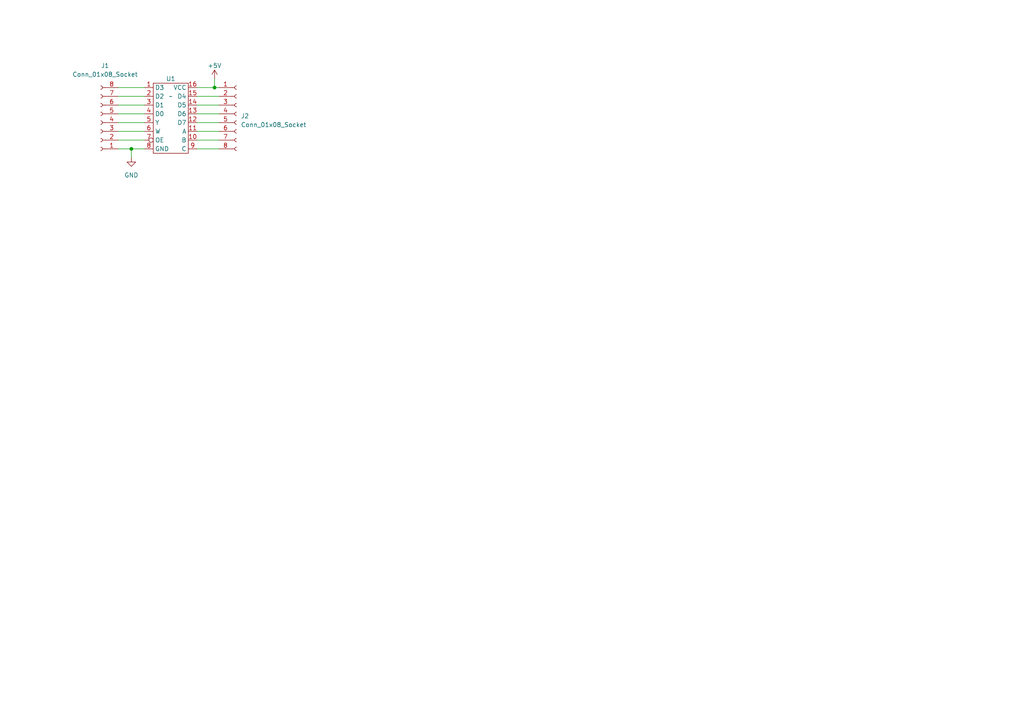
<source format=kicad_sch>
(kicad_sch (version 20230121) (generator eeschema)

  (uuid 92a3cb90-d39e-48ae-96f6-e9114f7a2a04)

  (paper "A4")

  (lib_symbols
    (symbol "Connector:Conn_01x08_Socket" (pin_names (offset 1.016) hide) (in_bom yes) (on_board yes)
      (property "Reference" "J" (at 0 10.16 0)
        (effects (font (size 1.27 1.27)))
      )
      (property "Value" "Conn_01x08_Socket" (at 0 -12.7 0)
        (effects (font (size 1.27 1.27)))
      )
      (property "Footprint" "" (at 0 0 0)
        (effects (font (size 1.27 1.27)) hide)
      )
      (property "Datasheet" "~" (at 0 0 0)
        (effects (font (size 1.27 1.27)) hide)
      )
      (property "ki_locked" "" (at 0 0 0)
        (effects (font (size 1.27 1.27)))
      )
      (property "ki_keywords" "connector" (at 0 0 0)
        (effects (font (size 1.27 1.27)) hide)
      )
      (property "ki_description" "Generic connector, single row, 01x08, script generated" (at 0 0 0)
        (effects (font (size 1.27 1.27)) hide)
      )
      (property "ki_fp_filters" "Connector*:*_1x??_*" (at 0 0 0)
        (effects (font (size 1.27 1.27)) hide)
      )
      (symbol "Conn_01x08_Socket_1_1"
        (arc (start 0 -9.652) (mid -0.5058 -10.16) (end 0 -10.668)
          (stroke (width 0.1524) (type default))
          (fill (type none))
        )
        (arc (start 0 -7.112) (mid -0.5058 -7.62) (end 0 -8.128)
          (stroke (width 0.1524) (type default))
          (fill (type none))
        )
        (arc (start 0 -4.572) (mid -0.5058 -5.08) (end 0 -5.588)
          (stroke (width 0.1524) (type default))
          (fill (type none))
        )
        (arc (start 0 -2.032) (mid -0.5058 -2.54) (end 0 -3.048)
          (stroke (width 0.1524) (type default))
          (fill (type none))
        )
        (polyline
          (pts
            (xy -1.27 -10.16)
            (xy -0.508 -10.16)
          )
          (stroke (width 0.1524) (type default))
          (fill (type none))
        )
        (polyline
          (pts
            (xy -1.27 -7.62)
            (xy -0.508 -7.62)
          )
          (stroke (width 0.1524) (type default))
          (fill (type none))
        )
        (polyline
          (pts
            (xy -1.27 -5.08)
            (xy -0.508 -5.08)
          )
          (stroke (width 0.1524) (type default))
          (fill (type none))
        )
        (polyline
          (pts
            (xy -1.27 -2.54)
            (xy -0.508 -2.54)
          )
          (stroke (width 0.1524) (type default))
          (fill (type none))
        )
        (polyline
          (pts
            (xy -1.27 0)
            (xy -0.508 0)
          )
          (stroke (width 0.1524) (type default))
          (fill (type none))
        )
        (polyline
          (pts
            (xy -1.27 2.54)
            (xy -0.508 2.54)
          )
          (stroke (width 0.1524) (type default))
          (fill (type none))
        )
        (polyline
          (pts
            (xy -1.27 5.08)
            (xy -0.508 5.08)
          )
          (stroke (width 0.1524) (type default))
          (fill (type none))
        )
        (polyline
          (pts
            (xy -1.27 7.62)
            (xy -0.508 7.62)
          )
          (stroke (width 0.1524) (type default))
          (fill (type none))
        )
        (arc (start 0 0.508) (mid -0.5058 0) (end 0 -0.508)
          (stroke (width 0.1524) (type default))
          (fill (type none))
        )
        (arc (start 0 3.048) (mid -0.5058 2.54) (end 0 2.032)
          (stroke (width 0.1524) (type default))
          (fill (type none))
        )
        (arc (start 0 5.588) (mid -0.5058 5.08) (end 0 4.572)
          (stroke (width 0.1524) (type default))
          (fill (type none))
        )
        (arc (start 0 8.128) (mid -0.5058 7.62) (end 0 7.112)
          (stroke (width 0.1524) (type default))
          (fill (type none))
        )
        (pin passive line (at -5.08 7.62 0) (length 3.81)
          (name "Pin_1" (effects (font (size 1.27 1.27))))
          (number "1" (effects (font (size 1.27 1.27))))
        )
        (pin passive line (at -5.08 5.08 0) (length 3.81)
          (name "Pin_2" (effects (font (size 1.27 1.27))))
          (number "2" (effects (font (size 1.27 1.27))))
        )
        (pin passive line (at -5.08 2.54 0) (length 3.81)
          (name "Pin_3" (effects (font (size 1.27 1.27))))
          (number "3" (effects (font (size 1.27 1.27))))
        )
        (pin passive line (at -5.08 0 0) (length 3.81)
          (name "Pin_4" (effects (font (size 1.27 1.27))))
          (number "4" (effects (font (size 1.27 1.27))))
        )
        (pin passive line (at -5.08 -2.54 0) (length 3.81)
          (name "Pin_5" (effects (font (size 1.27 1.27))))
          (number "5" (effects (font (size 1.27 1.27))))
        )
        (pin passive line (at -5.08 -5.08 0) (length 3.81)
          (name "Pin_6" (effects (font (size 1.27 1.27))))
          (number "6" (effects (font (size 1.27 1.27))))
        )
        (pin passive line (at -5.08 -7.62 0) (length 3.81)
          (name "Pin_7" (effects (font (size 1.27 1.27))))
          (number "7" (effects (font (size 1.27 1.27))))
        )
        (pin passive line (at -5.08 -10.16 0) (length 3.81)
          (name "Pin_8" (effects (font (size 1.27 1.27))))
          (number "8" (effects (font (size 1.27 1.27))))
        )
      )
    )
    (symbol "SN74HCS251-Q1:_SN74HCS251-Q1" (in_bom yes) (on_board yes)
      (property "Reference" "U1" (at 0 5.08 0)
        (effects (font (size 1.27 1.27)))
      )
      (property "Value" "~" (at 0 0 0)
        (effects (font (size 1.27 1.27)))
      )
      (property "Footprint" "Package_SO:TSSOP-16_4.4x5mm_P0.65mm" (at 0 0 0)
        (effects (font (size 1.27 1.27)) hide)
      )
      (property "Datasheet" "" (at 0 0 0)
        (effects (font (size 1.27 1.27)) hide)
      )
      (symbol "_SN74HCS251-Q1_0_1"
        (rectangle (start -5.08 3.81) (end 5.08 -16.51)
          (stroke (width 0) (type default))
          (fill (type none))
        )
      )
      (symbol "_SN74HCS251-Q1_1_1"
        (pin input line (at -7.62 2.54 0) (length 2.54)
          (name "D3" (effects (font (size 1.27 1.27))))
          (number "1" (effects (font (size 1.27 1.27))))
        )
        (pin input line (at 7.62 -12.7 180) (length 2.54)
          (name "B" (effects (font (size 1.27 1.27))))
          (number "10" (effects (font (size 1.27 1.27))))
        )
        (pin input line (at 7.62 -10.16 180) (length 2.54)
          (name "A" (effects (font (size 1.27 1.27))))
          (number "11" (effects (font (size 1.27 1.27))))
        )
        (pin input line (at 7.62 -7.62 180) (length 2.54)
          (name "D7" (effects (font (size 1.27 1.27))))
          (number "12" (effects (font (size 1.27 1.27))))
        )
        (pin input line (at 7.62 -5.08 180) (length 2.54)
          (name "D6" (effects (font (size 1.27 1.27))))
          (number "13" (effects (font (size 1.27 1.27))))
        )
        (pin input line (at 7.62 -2.54 180) (length 2.54)
          (name "D5" (effects (font (size 1.27 1.27))))
          (number "14" (effects (font (size 1.27 1.27))))
        )
        (pin input line (at 7.62 0 180) (length 2.54)
          (name "D4" (effects (font (size 1.27 1.27))))
          (number "15" (effects (font (size 1.27 1.27))))
        )
        (pin power_in line (at 7.62 2.54 180) (length 2.54)
          (name "VCC" (effects (font (size 1.27 1.27))))
          (number "16" (effects (font (size 1.27 1.27))))
        )
        (pin input line (at -7.62 0 0) (length 2.54)
          (name "D2" (effects (font (size 1.27 1.27))))
          (number "2" (effects (font (size 1.27 1.27))))
        )
        (pin input line (at -7.62 -2.54 0) (length 2.54)
          (name "D1" (effects (font (size 1.27 1.27))))
          (number "3" (effects (font (size 1.27 1.27))))
        )
        (pin input line (at -7.62 -5.08 0) (length 2.54)
          (name "D0" (effects (font (size 1.27 1.27))))
          (number "4" (effects (font (size 1.27 1.27))))
        )
        (pin output line (at -7.62 -7.62 0) (length 2.54)
          (name "Y" (effects (font (size 1.27 1.27))))
          (number "5" (effects (font (size 1.27 1.27))))
        )
        (pin output line (at -7.62 -10.16 0) (length 2.54)
          (name "W" (effects (font (size 1.27 1.27))))
          (number "6" (effects (font (size 1.27 1.27))))
        )
        (pin input inverted (at -7.62 -12.7 0) (length 2.54)
          (name "OE" (effects (font (size 1.27 1.27))))
          (number "7" (effects (font (size 1.27 1.27))))
        )
        (pin passive line (at -7.62 -15.24 0) (length 2.54)
          (name "GND" (effects (font (size 1.27 1.27))))
          (number "8" (effects (font (size 1.27 1.27))))
        )
        (pin input line (at 7.62 -15.24 180) (length 2.54)
          (name "C" (effects (font (size 1.27 1.27))))
          (number "9" (effects (font (size 1.27 1.27))))
        )
      )
    )
    (symbol "power:+5V" (power) (pin_names (offset 0)) (in_bom yes) (on_board yes)
      (property "Reference" "#PWR" (at 0 -3.81 0)
        (effects (font (size 1.27 1.27)) hide)
      )
      (property "Value" "+5V" (at 0 3.556 0)
        (effects (font (size 1.27 1.27)))
      )
      (property "Footprint" "" (at 0 0 0)
        (effects (font (size 1.27 1.27)) hide)
      )
      (property "Datasheet" "" (at 0 0 0)
        (effects (font (size 1.27 1.27)) hide)
      )
      (property "ki_keywords" "global power" (at 0 0 0)
        (effects (font (size 1.27 1.27)) hide)
      )
      (property "ki_description" "Power symbol creates a global label with name \"+5V\"" (at 0 0 0)
        (effects (font (size 1.27 1.27)) hide)
      )
      (symbol "+5V_0_1"
        (polyline
          (pts
            (xy -0.762 1.27)
            (xy 0 2.54)
          )
          (stroke (width 0) (type default))
          (fill (type none))
        )
        (polyline
          (pts
            (xy 0 0)
            (xy 0 2.54)
          )
          (stroke (width 0) (type default))
          (fill (type none))
        )
        (polyline
          (pts
            (xy 0 2.54)
            (xy 0.762 1.27)
          )
          (stroke (width 0) (type default))
          (fill (type none))
        )
      )
      (symbol "+5V_1_1"
        (pin power_in line (at 0 0 90) (length 0) hide
          (name "+5V" (effects (font (size 1.27 1.27))))
          (number "1" (effects (font (size 1.27 1.27))))
        )
      )
    )
    (symbol "power:GND" (power) (pin_names (offset 0)) (in_bom yes) (on_board yes)
      (property "Reference" "#PWR" (at 0 -6.35 0)
        (effects (font (size 1.27 1.27)) hide)
      )
      (property "Value" "GND" (at 0 -3.81 0)
        (effects (font (size 1.27 1.27)))
      )
      (property "Footprint" "" (at 0 0 0)
        (effects (font (size 1.27 1.27)) hide)
      )
      (property "Datasheet" "" (at 0 0 0)
        (effects (font (size 1.27 1.27)) hide)
      )
      (property "ki_keywords" "global power" (at 0 0 0)
        (effects (font (size 1.27 1.27)) hide)
      )
      (property "ki_description" "Power symbol creates a global label with name \"GND\" , ground" (at 0 0 0)
        (effects (font (size 1.27 1.27)) hide)
      )
      (symbol "GND_0_1"
        (polyline
          (pts
            (xy 0 0)
            (xy 0 -1.27)
            (xy 1.27 -1.27)
            (xy 0 -2.54)
            (xy -1.27 -1.27)
            (xy 0 -1.27)
          )
          (stroke (width 0) (type default))
          (fill (type none))
        )
      )
      (symbol "GND_1_1"
        (pin power_in line (at 0 0 270) (length 0) hide
          (name "GND" (effects (font (size 1.27 1.27))))
          (number "1" (effects (font (size 1.27 1.27))))
        )
      )
    )
  )

  (junction (at 62.23 25.4) (diameter 0) (color 0 0 0 0)
    (uuid 2e0e80dd-d0bb-4302-bda3-6544bd1236e4)
  )
  (junction (at 38.1 43.18) (diameter 0) (color 0 0 0 0)
    (uuid fece7094-a6c5-46c7-9518-459d47226e35)
  )

  (wire (pts (xy 38.1 43.18) (xy 38.1 45.72))
    (stroke (width 0) (type default))
    (uuid 0cc42125-0500-42d4-984c-134a25d57271)
  )
  (wire (pts (xy 34.29 40.64) (xy 41.91 40.64))
    (stroke (width 0) (type default))
    (uuid 16863df7-c871-40fc-9884-a1e0ad2973fd)
  )
  (wire (pts (xy 34.29 30.48) (xy 41.91 30.48))
    (stroke (width 0) (type default))
    (uuid 1caade52-cf26-4c6b-999f-3ac47f3e61e5)
  )
  (wire (pts (xy 57.15 40.64) (xy 63.5 40.64))
    (stroke (width 0) (type default))
    (uuid 1cfb57f5-28af-4071-9f37-43c06104a569)
  )
  (wire (pts (xy 34.29 25.4) (xy 41.91 25.4))
    (stroke (width 0) (type default))
    (uuid 1e69b75d-0176-458f-868f-d95c35378c51)
  )
  (wire (pts (xy 34.29 43.18) (xy 38.1 43.18))
    (stroke (width 0) (type default))
    (uuid 317f231f-63e4-498b-aeed-b87e37603319)
  )
  (wire (pts (xy 57.15 30.48) (xy 63.5 30.48))
    (stroke (width 0) (type default))
    (uuid 40b655ae-b6ab-49bb-a0bc-df5d3f0d0dba)
  )
  (wire (pts (xy 34.29 33.02) (xy 41.91 33.02))
    (stroke (width 0) (type default))
    (uuid 4c61e374-93b2-4877-8d87-1cd1c875c7ce)
  )
  (wire (pts (xy 34.29 27.94) (xy 41.91 27.94))
    (stroke (width 0) (type default))
    (uuid 52b255a5-fe75-4c0c-92f1-fa68436c4fb0)
  )
  (wire (pts (xy 57.15 35.56) (xy 63.5 35.56))
    (stroke (width 0) (type default))
    (uuid 565cb5e3-adbb-4faa-9995-9a9610166b5e)
  )
  (wire (pts (xy 34.29 38.1) (xy 41.91 38.1))
    (stroke (width 0) (type default))
    (uuid 583b3a0f-8e1d-49e8-b7ad-5a061f12019a)
  )
  (wire (pts (xy 38.1 43.18) (xy 41.91 43.18))
    (stroke (width 0) (type default))
    (uuid 6349d939-e9dd-4789-b57d-e86e69648ec5)
  )
  (wire (pts (xy 57.15 25.4) (xy 62.23 25.4))
    (stroke (width 0) (type default))
    (uuid 793cfdf5-d64c-4ad8-8904-0c2aab16c449)
  )
  (wire (pts (xy 57.15 33.02) (xy 63.5 33.02))
    (stroke (width 0) (type default))
    (uuid 959b146e-8035-43cb-89ee-bacf3ae5698f)
  )
  (wire (pts (xy 57.15 43.18) (xy 63.5 43.18))
    (stroke (width 0) (type default))
    (uuid b240967c-861b-4e28-870a-aaac82b2211b)
  )
  (wire (pts (xy 62.23 25.4) (xy 63.5 25.4))
    (stroke (width 0) (type default))
    (uuid b2df4b44-20c2-4052-97bf-2b5fd0b771d1)
  )
  (wire (pts (xy 57.15 38.1) (xy 63.5 38.1))
    (stroke (width 0) (type default))
    (uuid bafcb947-b855-448e-ab73-52c6a9adb9d4)
  )
  (wire (pts (xy 34.29 35.56) (xy 41.91 35.56))
    (stroke (width 0) (type default))
    (uuid bd4c1946-095d-4a34-ba65-b6b64d15809b)
  )
  (wire (pts (xy 57.15 27.94) (xy 63.5 27.94))
    (stroke (width 0) (type default))
    (uuid c68687f2-794a-4fed-baa8-1f502867d052)
  )
  (wire (pts (xy 62.23 22.86) (xy 62.23 25.4))
    (stroke (width 0) (type default))
    (uuid cf904118-011a-4408-a3bd-376e42ef4c3a)
  )

  (symbol (lib_id "SN74HCS251-Q1:_SN74HCS251-Q1") (at 49.53 27.94 0) (unit 1)
    (in_bom yes) (on_board yes) (dnp no) (fields_autoplaced)
    (uuid 132e26e3-b7c0-4656-adea-a9a9e2561ca3)
    (property "Reference" "U1" (at 49.53 22.86 0)
      (effects (font (size 1.27 1.27)))
    )
    (property "Value" "~" (at 49.53 27.94 0)
      (effects (font (size 1.27 1.27)))
    )
    (property "Footprint" "Package_SO:TSSOP-16_4.4x5mm_P0.65mm" (at 49.53 27.94 0)
      (effects (font (size 1.27 1.27)) hide)
    )
    (property "Datasheet" "" (at 49.53 27.94 0)
      (effects (font (size 1.27 1.27)) hide)
    )
    (pin "7" (uuid a42e3357-6a4e-4819-be53-521179a149b0))
    (pin "1" (uuid a9f7a71e-2f39-406a-b373-f42dcf212446))
    (pin "10" (uuid 464004ba-9130-42e2-99e4-037123716242))
    (pin "11" (uuid adaf5792-875e-40bd-9a2e-f94df4a60be1))
    (pin "12" (uuid 4c52e3c9-82b2-4cc0-8fd5-bc332ce79fd8))
    (pin "13" (uuid 1c702474-a14c-48c8-a7bf-e7c79f6ed392))
    (pin "14" (uuid 127e5da1-39c0-4bb3-9614-6f6aa59aec44))
    (pin "15" (uuid d883e356-7374-4355-a437-0c569f9ff6f6))
    (pin "16" (uuid 9b6bbd05-fa47-41cd-a257-a01bd39234d1))
    (pin "2" (uuid 19ef2d63-6829-43c5-8e96-639edf87243a))
    (pin "3" (uuid ecbc7062-48fc-4442-88fe-c765bc4d2fd6))
    (pin "4" (uuid 6717200f-0232-46a9-b02b-1ef688b77288))
    (pin "5" (uuid caef8fcf-b8b8-40be-bd43-3ba8c15f962f))
    (pin "6" (uuid db88d361-d6d3-4e75-ac05-50b9e74b493c))
    (pin "8" (uuid c8869f72-6295-4e24-8001-afc1086e981c))
    (pin "9" (uuid eb976b21-0f70-41d6-b5d0-6f2fba128f7a))
    (instances
      (project "MUX_current_measure"
        (path "/92a3cb90-d39e-48ae-96f6-e9114f7a2a04"
          (reference "U1") (unit 1)
        )
      )
    )
  )

  (symbol (lib_id "Connector:Conn_01x08_Socket") (at 68.58 33.02 0) (unit 1)
    (in_bom yes) (on_board yes) (dnp no) (fields_autoplaced)
    (uuid 932f8998-c969-4712-a9ec-fc025fec3af2)
    (property "Reference" "J2" (at 69.85 33.655 0)
      (effects (font (size 1.27 1.27)) (justify left))
    )
    (property "Value" "Conn_01x08_Socket" (at 69.85 36.195 0)
      (effects (font (size 1.27 1.27)) (justify left))
    )
    (property "Footprint" "Connector_PinHeader_2.54mm:PinHeader_1x08_P2.54mm_Vertical" (at 68.58 33.02 0)
      (effects (font (size 1.27 1.27)) hide)
    )
    (property "Datasheet" "~" (at 68.58 33.02 0)
      (effects (font (size 1.27 1.27)) hide)
    )
    (pin "1" (uuid 270af268-9e42-4c97-b87e-7e7325fee304))
    (pin "2" (uuid 480b1e98-fa41-44c6-b8f5-20286c5a8eb3))
    (pin "3" (uuid ca983e5d-7c0e-45a2-8152-639eb75ef54e))
    (pin "4" (uuid 5e6d4b9c-7dd3-48ca-ae8f-2448f3079564))
    (pin "5" (uuid d09d2b72-5ec5-468d-b3e2-7c08d55c7ca0))
    (pin "6" (uuid 5906324a-097d-4ea3-b89b-ba9ef871e2d4))
    (pin "7" (uuid b768ee09-e3db-4a7f-94a0-c103d4b1b022))
    (pin "8" (uuid 2922c46d-4767-4b6e-84d8-6a8bc49354f1))
    (instances
      (project "MUX_current_measure"
        (path "/92a3cb90-d39e-48ae-96f6-e9114f7a2a04"
          (reference "J2") (unit 1)
        )
      )
    )
  )

  (symbol (lib_id "power:GND") (at 38.1 45.72 0) (unit 1)
    (in_bom yes) (on_board yes) (dnp no) (fields_autoplaced)
    (uuid 9f9d4740-07b6-46e5-a653-e0d948b4014e)
    (property "Reference" "#PWR02" (at 38.1 52.07 0)
      (effects (font (size 1.27 1.27)) hide)
    )
    (property "Value" "GND" (at 38.1 50.8 0)
      (effects (font (size 1.27 1.27)))
    )
    (property "Footprint" "" (at 38.1 45.72 0)
      (effects (font (size 1.27 1.27)) hide)
    )
    (property "Datasheet" "" (at 38.1 45.72 0)
      (effects (font (size 1.27 1.27)) hide)
    )
    (pin "1" (uuid 7858dd30-9e66-4f1e-99ec-eb17c4a92e73))
    (instances
      (project "MUX_current_measure"
        (path "/92a3cb90-d39e-48ae-96f6-e9114f7a2a04"
          (reference "#PWR02") (unit 1)
        )
      )
    )
  )

  (symbol (lib_id "power:+5V") (at 62.23 22.86 0) (unit 1)
    (in_bom yes) (on_board yes) (dnp no) (fields_autoplaced)
    (uuid b476256c-6007-45b5-8bd8-b5b468068321)
    (property "Reference" "#PWR01" (at 62.23 26.67 0)
      (effects (font (size 1.27 1.27)) hide)
    )
    (property "Value" "+5V" (at 62.23 19.05 0)
      (effects (font (size 1.27 1.27)))
    )
    (property "Footprint" "" (at 62.23 22.86 0)
      (effects (font (size 1.27 1.27)) hide)
    )
    (property "Datasheet" "" (at 62.23 22.86 0)
      (effects (font (size 1.27 1.27)) hide)
    )
    (pin "1" (uuid 0278a3b3-5ec0-4d54-9b67-4080cc0c3260))
    (instances
      (project "MUX_current_measure"
        (path "/92a3cb90-d39e-48ae-96f6-e9114f7a2a04"
          (reference "#PWR01") (unit 1)
        )
      )
    )
  )

  (symbol (lib_id "Connector:Conn_01x08_Socket") (at 29.21 35.56 180) (unit 1)
    (in_bom yes) (on_board yes) (dnp no)
    (uuid bb272152-a325-4d87-95b9-86d7a47c083c)
    (property "Reference" "J1" (at 30.48 19.05 0)
      (effects (font (size 1.27 1.27)))
    )
    (property "Value" "Conn_01x08_Socket" (at 30.48 21.59 0)
      (effects (font (size 1.27 1.27)))
    )
    (property "Footprint" "Connector_PinHeader_2.54mm:PinHeader_1x08_P2.54mm_Vertical" (at 29.21 35.56 0)
      (effects (font (size 1.27 1.27)) hide)
    )
    (property "Datasheet" "~" (at 29.21 35.56 0)
      (effects (font (size 1.27 1.27)) hide)
    )
    (pin "1" (uuid 56916402-6d43-4827-a3d6-e4b351619594))
    (pin "2" (uuid 224dffde-f20b-4e15-b6f2-44b26e191a1a))
    (pin "3" (uuid dfd98c7b-ebdb-4223-9112-4738034d4d4b))
    (pin "4" (uuid 6a4d3122-5fef-45b4-a74b-a86cee284ad4))
    (pin "5" (uuid c135136f-fbd1-44ef-b7b6-a84a82c479ab))
    (pin "6" (uuid ca09af24-5154-4b2c-8815-cc4035a21a9c))
    (pin "7" (uuid 9a819cd3-d960-4076-8dca-9f90e4b32abd))
    (pin "8" (uuid 31223354-fb94-4c77-95d1-c7870ca0b3e7))
    (instances
      (project "MUX_current_measure"
        (path "/92a3cb90-d39e-48ae-96f6-e9114f7a2a04"
          (reference "J1") (unit 1)
        )
      )
    )
  )

  (sheet_instances
    (path "/" (page "1"))
  )
)

</source>
